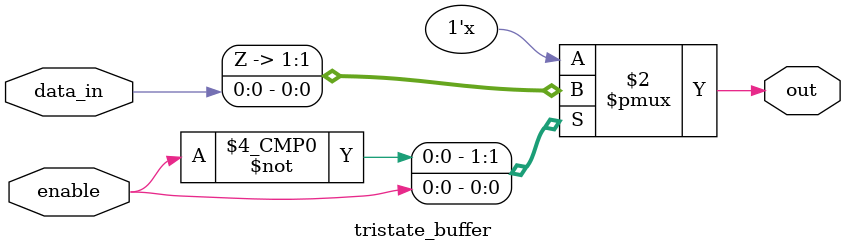
<source format=v>
module tristate_buffer(
  input wire data_in,
  input wire enable,
  output reg out
);
  always @(*) begin 
    case (enable)
      0: out = 1'bz;    // High-impedance state
      1: out = data_in; // Pass-through state
    endcase
  end
endmodule



</source>
